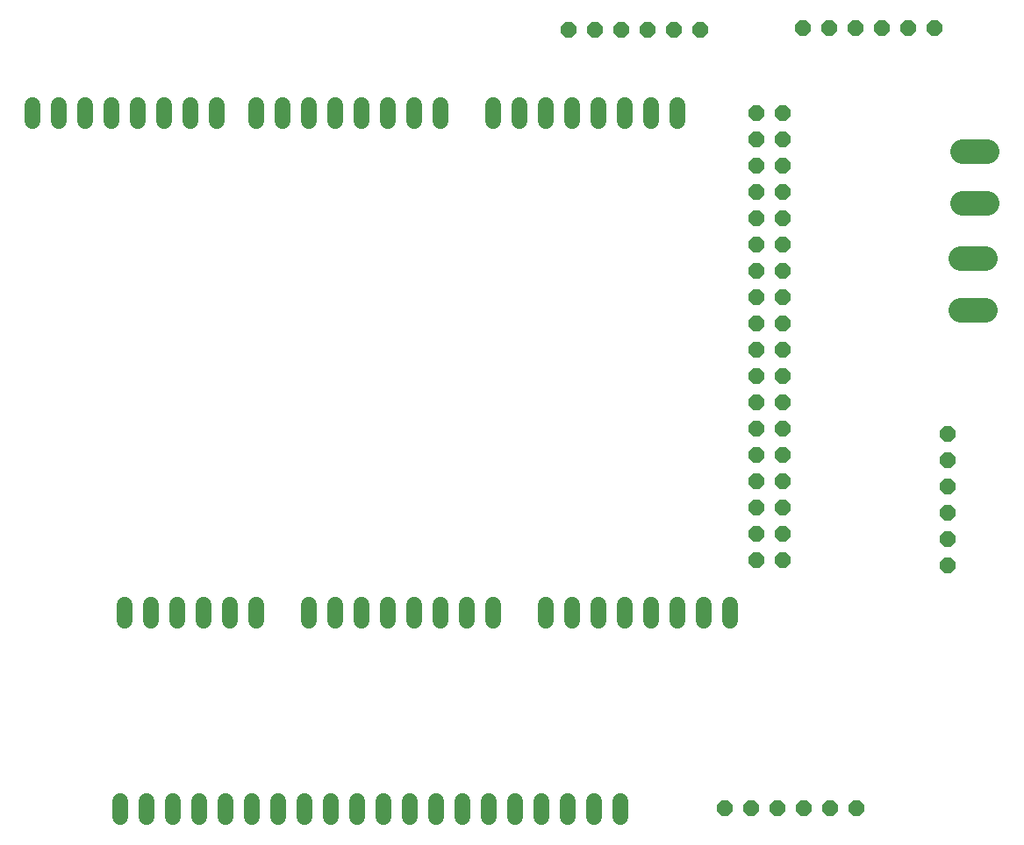
<source format=gbl>
G75*
%MOIN*%
%OFA0B0*%
%FSLAX25Y25*%
%IPPOS*%
%LPD*%
%AMOC8*
5,1,8,0,0,1.08239X$1,22.5*
%
%ADD10OC8,0.06000*%
%ADD11C,0.09370*%
%ADD12C,0.06000*%
D10*
X0363031Y0041497D03*
X0373031Y0041497D03*
X0383031Y0041497D03*
X0393031Y0041497D03*
X0403031Y0041497D03*
X0413031Y0041497D03*
X0447756Y0133859D03*
X0447756Y0143859D03*
X0447756Y0153859D03*
X0447756Y0163859D03*
X0447756Y0173859D03*
X0447756Y0183859D03*
X0385000Y0185906D03*
X0375000Y0185906D03*
X0375000Y0175906D03*
X0385000Y0175906D03*
X0385000Y0165906D03*
X0375000Y0165906D03*
X0375000Y0155906D03*
X0385000Y0155906D03*
X0385000Y0145906D03*
X0375000Y0145906D03*
X0375000Y0135906D03*
X0385000Y0135906D03*
X0385000Y0195906D03*
X0375000Y0195906D03*
X0375000Y0205906D03*
X0385000Y0205906D03*
X0385000Y0215906D03*
X0375000Y0215906D03*
X0375000Y0225906D03*
X0385000Y0225906D03*
X0385000Y0235906D03*
X0375000Y0235906D03*
X0375000Y0245906D03*
X0385000Y0245906D03*
X0385000Y0255906D03*
X0375000Y0255906D03*
X0375000Y0265906D03*
X0385000Y0265906D03*
X0385000Y0275906D03*
X0375000Y0275906D03*
X0375000Y0285906D03*
X0385000Y0285906D03*
X0385000Y0295906D03*
X0375000Y0295906D03*
X0375000Y0305906D03*
X0385000Y0305906D03*
X0353622Y0337678D03*
X0343622Y0337678D03*
X0333622Y0337678D03*
X0323622Y0337678D03*
X0313622Y0337678D03*
X0303622Y0337678D03*
X0392756Y0338190D03*
X0402756Y0338190D03*
X0412756Y0338190D03*
X0422756Y0338190D03*
X0432756Y0338190D03*
X0442756Y0338190D03*
D11*
X0453425Y0291261D02*
X0462795Y0291261D01*
X0462795Y0271576D02*
X0453425Y0271576D01*
X0452598Y0250709D02*
X0461969Y0250709D01*
X0461969Y0231024D02*
X0452598Y0231024D01*
D12*
X0133543Y0044300D02*
X0133543Y0038300D01*
X0143543Y0038300D02*
X0143543Y0044300D01*
X0153543Y0044300D02*
X0153543Y0038300D01*
X0163543Y0038300D02*
X0163543Y0044300D01*
X0173543Y0044300D02*
X0173543Y0038300D01*
X0183543Y0038300D02*
X0183543Y0044300D01*
X0193543Y0044300D02*
X0193543Y0038300D01*
X0203543Y0038300D02*
X0203543Y0044300D01*
X0213543Y0044300D02*
X0213543Y0038300D01*
X0223543Y0038300D02*
X0223543Y0044300D01*
X0233543Y0044300D02*
X0233543Y0038300D01*
X0243543Y0038300D02*
X0243543Y0044300D01*
X0253543Y0044300D02*
X0253543Y0038300D01*
X0263543Y0038300D02*
X0263543Y0044300D01*
X0273543Y0044300D02*
X0273543Y0038300D01*
X0283543Y0038300D02*
X0283543Y0044300D01*
X0293543Y0044300D02*
X0293543Y0038300D01*
X0303543Y0038300D02*
X0303543Y0044300D01*
X0313543Y0044300D02*
X0313543Y0038300D01*
X0323543Y0038300D02*
X0323543Y0044300D01*
X0325000Y0112906D02*
X0325000Y0118906D01*
X0315000Y0118906D02*
X0315000Y0112906D01*
X0305000Y0112906D02*
X0305000Y0118906D01*
X0295000Y0118906D02*
X0295000Y0112906D01*
X0275000Y0112906D02*
X0275000Y0118906D01*
X0265000Y0118906D02*
X0265000Y0112906D01*
X0255000Y0112906D02*
X0255000Y0118906D01*
X0245000Y0118906D02*
X0245000Y0112906D01*
X0235000Y0112906D02*
X0235000Y0118906D01*
X0225000Y0118906D02*
X0225000Y0112906D01*
X0215000Y0112906D02*
X0215000Y0118906D01*
X0205000Y0118906D02*
X0205000Y0112906D01*
X0185000Y0112906D02*
X0185000Y0118906D01*
X0175000Y0118906D02*
X0175000Y0112906D01*
X0165000Y0112906D02*
X0165000Y0118906D01*
X0155000Y0118906D02*
X0155000Y0112906D01*
X0145000Y0112906D02*
X0145000Y0118906D01*
X0135000Y0118906D02*
X0135000Y0112906D01*
X0335000Y0112906D02*
X0335000Y0118906D01*
X0345000Y0118906D02*
X0345000Y0112906D01*
X0355000Y0112906D02*
X0355000Y0118906D01*
X0365000Y0118906D02*
X0365000Y0112906D01*
X0345000Y0302906D02*
X0345000Y0308906D01*
X0335000Y0308906D02*
X0335000Y0302906D01*
X0325000Y0302906D02*
X0325000Y0308906D01*
X0315000Y0308906D02*
X0315000Y0302906D01*
X0305000Y0302906D02*
X0305000Y0308906D01*
X0295000Y0308906D02*
X0295000Y0302906D01*
X0285000Y0302906D02*
X0285000Y0308906D01*
X0275000Y0308906D02*
X0275000Y0302906D01*
X0255000Y0302906D02*
X0255000Y0308906D01*
X0245000Y0308906D02*
X0245000Y0302906D01*
X0235000Y0302906D02*
X0235000Y0308906D01*
X0225000Y0308906D02*
X0225000Y0302906D01*
X0215000Y0302906D02*
X0215000Y0308906D01*
X0205000Y0308906D02*
X0205000Y0302906D01*
X0195000Y0302906D02*
X0195000Y0308906D01*
X0185000Y0308906D02*
X0185000Y0302906D01*
X0170000Y0302906D02*
X0170000Y0308906D01*
X0160000Y0308906D02*
X0160000Y0302906D01*
X0150000Y0302906D02*
X0150000Y0308906D01*
X0140000Y0308906D02*
X0140000Y0302906D01*
X0130000Y0302906D02*
X0130000Y0308906D01*
X0120000Y0308906D02*
X0120000Y0302906D01*
X0110000Y0302906D02*
X0110000Y0308906D01*
X0100000Y0308906D02*
X0100000Y0302906D01*
M02*

</source>
